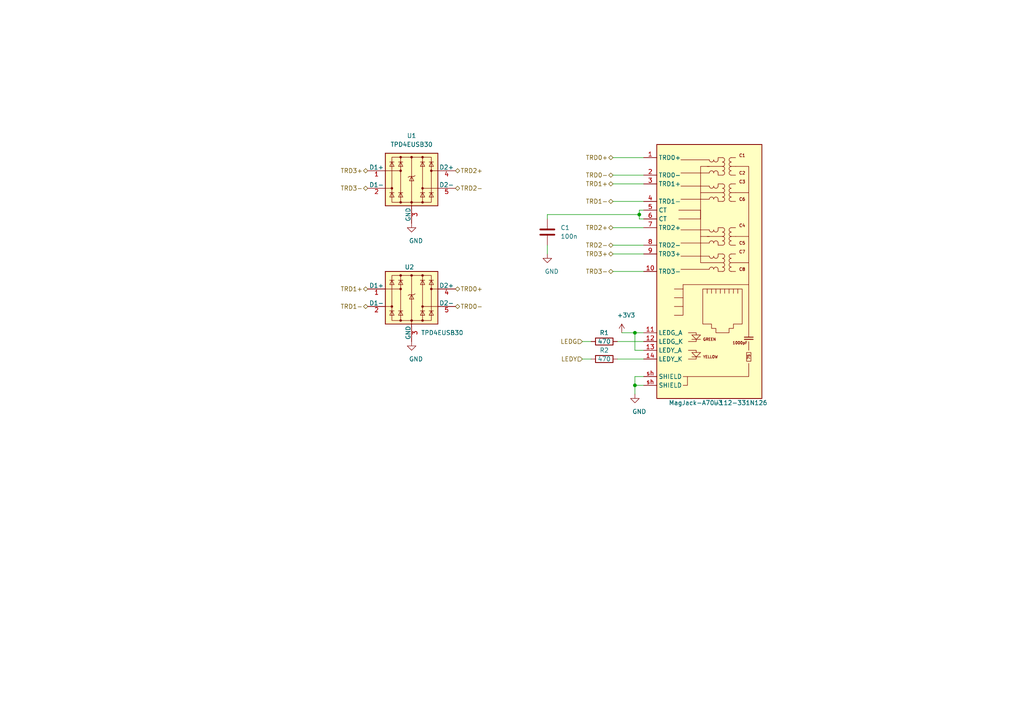
<source format=kicad_sch>
(kicad_sch (version 20210126) (generator eeschema)
  (paper "A4")
  (lib_symbols
    (symbol "CM4_NAS:MagJack-A70-112-331N126"
      (property "Reference" "U" (at 0 0 0))
      (property "Value" "MagJack-A70-112-331N126" (at 0 0 0))
      (symbol "MagJack-A70-112-331N126_0_1"
        (polyline (pts (xy 1.27 40.64) (xy -5.08 40.64) (xy -5.08 48.26) (xy -2.54 48.26) (xy -5.08 48.26)))
        (polyline (pts (xy 1.27 60.96) (xy -5.08 60.96) (xy -5.08 68.58) (xy -2.54 68.58) (xy -5.08 68.58)))
      )
      (symbol "MagJack-A70-112-331N126_1_1"
        (arc (start -1.27 38.735) (end -2.54 38.735) (radius (at -1.905 38.735) (length 0.635) (angles 0.1 179.9)))
        (arc (start -2.54 42.545) (end -1.27 42.545) (radius (at -1.905 42.545) (length 0.635) (angles -179.9 -0.1)))
        (arc (start -1.27 46.355) (end -2.54 46.355) (radius (at -1.905 46.355) (length 0.635) (angles 0.1 179.9)))
        (arc (start -2.54 50.165) (end -1.27 50.165) (radius (at -1.905 50.165) (length 0.635) (angles -179.9 -0.1)))
        (arc (start -1.27 59.055) (end -2.54 59.055) (radius (at -1.905 59.055) (length 0.635) (angles 0.1 179.9)))
        (arc (start -2.54 62.865) (end -1.27 62.865) (radius (at -1.905 62.865) (length 0.635) (angles -179.9 -0.1)))
        (arc (start -1.27 66.675) (end -2.54 66.675) (radius (at -1.905 66.675) (length 0.635) (angles 0.1 179.9)))
        (arc (start -2.54 70.485) (end -1.27 70.485) (radius (at -1.905 70.485) (length 0.635) (angles -179.9 -0.1)))
        (arc (start 0 38.735) (end -1.27 38.735) (radius (at -0.635 38.735) (length 0.635) (angles 0.1 179.9)))
        (arc (start -1.27 42.545) (end 0 42.545) (radius (at -0.635 42.545) (length 0.635) (angles -179.9 -0.1)))
        (arc (start 0 46.355) (end -1.27 46.355) (radius (at -0.635 46.355) (length 0.635) (angles 0.1 179.9)))
        (arc (start -1.27 50.165) (end 0 50.165) (radius (at -0.635 50.165) (length 0.635) (angles -179.9 -0.1)))
        (arc (start 0 59.055) (end -1.27 59.055) (radius (at -0.635 59.055) (length 0.635) (angles 0.1 179.9)))
        (arc (start -1.27 62.865) (end 0 62.865) (radius (at -0.635 62.865) (length 0.635) (angles -179.9 -0.1)))
        (arc (start 0 66.675) (end -1.27 66.675) (radius (at -0.635 66.675) (length 0.635) (angles 0.1 179.9)))
        (arc (start -1.27 70.485) (end 0 70.485) (radius (at -0.635 70.485) (length 0.635) (angles -179.9 -0.1)))
        (arc (start 1.27 38.1) (end 1.27 39.37) (radius (at 1.27 38.735) (length 0.635) (angles -89.9 89.9)))
        (arc (start 1.27 39.37) (end 1.27 40.64) (radius (at 1.27 40.005) (length 0.635) (angles -89.9 89.9)))
        (arc (start 1.27 40.64) (end 1.27 41.91) (radius (at 1.27 41.275) (length 0.635) (angles -89.9 89.9)))
        (arc (start 1.27 41.91) (end 1.27 43.18) (radius (at 1.27 42.545) (length 0.635) (angles -89.9 89.9)))
        (arc (start 1.27 45.72) (end 1.27 46.99) (radius (at 1.27 46.355) (length 0.635) (angles -89.9 89.9)))
        (arc (start 1.27 46.99) (end 1.27 48.26) (radius (at 1.27 47.625) (length 0.635) (angles -89.9 89.9)))
        (arc (start 1.27 48.26) (end 1.27 49.53) (radius (at 1.27 48.895) (length 0.635) (angles -89.9 89.9)))
        (arc (start 1.27 49.53) (end 1.27 50.8) (radius (at 1.27 50.165) (length 0.635) (angles -89.9 89.9)))
        (arc (start 1.27 58.42) (end 1.27 59.69) (radius (at 1.27 59.055) (length 0.635) (angles -89.9 89.9)))
        (arc (start 1.27 59.69) (end 1.27 60.96) (radius (at 1.27 60.325) (length 0.635) (angles -89.9 89.9)))
        (arc (start 1.27 60.96) (end 1.27 62.23) (radius (at 1.27 61.595) (length 0.635) (angles -89.9 89.9)))
        (arc (start 1.27 62.23) (end 1.27 63.5) (radius (at 1.27 62.865) (length 0.635) (angles -89.9 89.9)))
        (arc (start 1.27 66.04) (end 1.27 67.31) (radius (at 1.27 66.675) (length 0.635) (angles -89.9 89.9)))
        (arc (start 1.27 67.31) (end 1.27 68.58) (radius (at 1.27 67.945) (length 0.635) (angles -89.9 89.9)))
        (arc (start 1.27 68.58) (end 1.27 69.85) (radius (at 1.27 69.215) (length 0.635) (angles -89.9 89.9)))
        (arc (start 1.27 69.85) (end 1.27 71.12) (radius (at 1.27 70.485) (length 0.635) (angles -89.9 89.9)))
        (arc (start 3.81 39.37) (end 3.81 38.1) (radius (at 3.81 38.735) (length 0.635) (angles 90.1 -90.1)))
        (arc (start 3.81 40.64) (end 3.81 39.37) (radius (at 3.81 40.005) (length 0.635) (angles 90.1 -90.1)))
        (arc (start 3.81 41.91) (end 3.81 40.64) (radius (at 3.81 41.275) (length 0.635) (angles 90.1 -90.1)))
        (arc (start 3.81 43.18) (end 3.81 41.91) (radius (at 3.81 42.545) (length 0.635) (angles 90.1 -90.1)))
        (arc (start 3.81 46.99) (end 3.81 45.72) (radius (at 3.81 46.355) (length 0.635) (angles 90.1 -90.1)))
        (arc (start 3.81 48.26) (end 3.81 46.99) (radius (at 3.81 47.625) (length 0.635) (angles 90.1 -90.1)))
        (arc (start 3.81 49.53) (end 3.81 48.26) (radius (at 3.81 48.895) (length 0.635) (angles 90.1 -90.1)))
        (arc (start 3.81 50.8) (end 3.81 49.53) (radius (at 3.81 50.165) (length 0.635) (angles 90.1 -90.1)))
        (arc (start 3.81 59.69) (end 3.81 58.42) (radius (at 3.81 59.055) (length 0.635) (angles 90.1 -90.1)))
        (arc (start 3.81 60.96) (end 3.81 59.69) (radius (at 3.81 60.325) (length 0.635) (angles 90.1 -90.1)))
        (arc (start 3.81 62.23) (end 3.81 60.96) (radius (at 3.81 61.595) (length 0.635) (angles 90.1 -90.1)))
        (arc (start 3.81 63.5) (end 3.81 62.23) (radius (at 3.81 62.865) (length 0.635) (angles 90.1 -90.1)))
        (arc (start 3.81 67.31) (end 3.81 66.04) (radius (at 3.81 66.675) (length 0.635) (angles 90.1 -90.1)))
        (arc (start 3.81 68.58) (end 3.81 67.31) (radius (at 3.81 67.945) (length 0.635) (angles 90.1 -90.1)))
        (arc (start 3.81 69.85) (end 3.81 68.58) (radius (at 3.81 69.215) (length 0.635) (angles 90.1 -90.1)))
        (arc (start 3.81 71.12) (end 3.81 69.85) (radius (at 3.81 70.485) (length 0.635) (angles 90.1 -90.1)))
        (text "1000pF" (at 6.35 17.399 0) (effects (font (size 0.762 0.762))))
        (text "75" (at 8.89 13.335 900) (effects (font (size 0.762 0.762))))
        (text "C1" (at 6.985 71.755 0) (effects (font (size 0.889 0.889))))
        (text "C2" (at 6.985 66.675 0) (effects (font (size 0.889 0.889))))
        (text "C3" (at 6.985 64.135 0) (effects (font (size 0.889 0.889))))
        (text "C4" (at 6.985 51.435 0) (effects (font (size 0.889 0.889))))
        (text "C5" (at 6.985 46.355 0) (effects (font (size 0.889 0.889))))
        (text "C6" (at 6.985 59.055 0) (effects (font (size 0.889 0.889))))
        (text "C7" (at 6.985 43.815 0) (effects (font (size 0.889 0.889))))
        (text "C8" (at 6.985 38.735 0) (effects (font (size 0.889 0.889))))
        (text "GREEN" (at -4.445 18.415 0) (effects (font (size 0.762 0.762)) (justify left)))
        (text "YELLOW" (at -4.445 13.335 0) (effects (font (size 0.762 0.762)) (justify left)))
        (rectangle (start -17.78 1.27) (end 12.7 74.93) (stroke (width 0.254)) (fill (type background)))
        (rectangle (start 9.525 12.065) (end 8.255 14.605))
        (polyline (pts (xy -12.7 27.94) (xy -10.16 27.94)))
        (polyline (pts (xy -12.7 30.48) (xy -10.16 30.48)))
        (polyline (pts (xy -12.7 33.02) (xy -10.16 33.02)))
        (polyline (pts (xy -10.16 33.02) (xy -10.16 34.29)))
        (polyline (pts (xy -5.08 13.335) (xy -7.62 13.335)))
        (polyline (pts (xy -5.08 18.415) (xy -7.62 18.415)))
        (polyline (pts (xy -5.08 48.26) (xy -5.08 60.96)))
        (polyline (pts (xy -3.175 31.75) (xy -3.175 33.02)))
        (polyline (pts (xy -3.175 48.26) (xy 1.27 48.26)))
        (polyline (pts (xy -3.175 68.58) (xy 1.27 68.58)))
        (polyline (pts (xy -2.54 38.735) (xy -10.795 38.735)))
        (polyline (pts (xy -2.54 42.545) (xy -10.795 42.545)))
        (polyline (pts (xy -2.54 46.355) (xy -10.795 46.355)))
        (polyline (pts (xy -2.54 50.165) (xy -10.795 50.165)))
        (polyline (pts (xy -2.54 59.055) (xy -10.795 59.055)))
        (polyline (pts (xy -2.54 62.865) (xy -10.795 62.865)))
        (polyline (pts (xy -2.54 66.675) (xy -10.795 66.675)))
        (polyline (pts (xy -2.54 70.485) (xy -10.795 70.485)))
        (polyline (pts (xy -1.905 33.02) (xy -1.905 31.75)))
        (polyline (pts (xy -0.635 33.02) (xy -0.635 31.75)))
        (polyline (pts (xy 0.635 33.02) (xy 0.635 31.75)))
        (polyline (pts (xy 1.905 33.02) (xy 1.905 31.75)))
        (polyline (pts (xy 3.175 33.02) (xy 3.175 31.75)))
        (polyline (pts (xy 3.81 38.1) (xy 5.08 38.1)))
        (polyline (pts (xy 3.81 40.64) (xy 5.08 40.64)))
        (polyline (pts (xy 3.81 43.18) (xy 5.08 43.18)))
        (polyline (pts (xy 3.81 45.72) (xy 5.08 45.72)))
        (polyline (pts (xy 3.81 48.26) (xy 5.08 48.26)))
        (polyline (pts (xy 3.81 50.8) (xy 5.08 50.8)))
        (polyline (pts (xy 3.81 58.42) (xy 5.08 58.42)))
        (polyline (pts (xy 3.81 60.96) (xy 5.08 60.96)))
        (polyline (pts (xy 3.81 63.5) (xy 5.08 63.5)))
        (polyline (pts (xy 3.81 66.04) (xy 5.08 66.04)))
        (polyline (pts (xy 3.81 68.58) (xy 5.08 68.58)))
        (polyline (pts (xy 3.81 71.12) (xy 5.08 71.12)))
        (polyline (pts (xy 4.445 31.75) (xy 4.445 33.02)))
        (polyline (pts (xy 5.08 40.64) (xy 8.89 40.64)))
        (polyline (pts (xy 5.08 48.26) (xy 8.89 48.26)))
        (polyline (pts (xy 5.08 60.96) (xy 8.89 60.96)))
        (polyline (pts (xy 5.715 31.75) (xy 5.715 33.02)))
        (polyline (pts (xy 7.62 18.415) (xy 10.16 18.415)) (stroke (width 0.254)))
        (polyline (pts (xy 7.62 19.05) (xy 10.16 19.05)) (stroke (width 0.254)))
        (polyline (pts (xy 8.89 15.24) (xy 8.89 17.78)))
        (polyline (pts (xy 8.89 19.05) (xy 8.89 34.29)))
        (polyline (pts (xy -10.16 33.02) (xy -10.16 25.4) (xy -12.7 25.4)))
        (polyline (pts (xy -8.636 12.7) (xy -6.35 12.7) (xy -6.35 13.335)))
        (polyline (pts (xy -8.636 15.24) (xy -6.35 15.24) (xy -6.35 14.605)))
        (polyline (pts (xy -8.636 20.32) (xy -6.35 20.32) (xy -6.35 19.685)))
        (polyline (pts (xy -6.35 18.415) (xy -6.35 17.78) (xy -8.636 17.78)))
        (polyline (pts (xy 0 38.735) (xy 0 38.1) (xy 1.27 38.1)))
        (polyline (pts (xy 0 46.355) (xy 0 45.72) (xy 1.27 45.72)))
        (polyline (pts (xy 0 59.055) (xy 0 58.42) (xy 1.27 58.42)))
        (polyline (pts (xy 0 66.675) (xy 0 66.04) (xy 1.27 66.04)))
        (polyline (pts (xy 1.27 43.18) (xy 0 43.18) (xy 0 42.545)))
        (polyline (pts (xy 1.27 50.8) (xy 0 50.8) (xy 0 50.165)))
        (polyline (pts (xy 1.27 63.5) (xy 0 63.5) (xy 0 62.865)))
        (polyline (pts (xy 1.27 71.12) (xy 0 71.12) (xy 0 70.485)))
        (polyline (pts (xy -11.43 53.34) (xy -5.08 53.34) (xy -5.08 55.88) (xy -11.43 55.88)))
        (polyline (pts (xy -10.16 34.29) (xy 8.89 34.29) (xy 8.89 68.58) (xy 5.08 68.58)))
        (polyline (pts (xy -7.62 19.685) (xy -5.08 19.685) (xy -6.35 18.415) (xy -7.62 19.685)))
        (polyline (pts (xy -5.08 14.605) (xy -7.62 14.605) (xy -6.35 13.335) (xy -5.08 14.605)))
        (polyline (pts (xy -10.16 5.08) (xy -8.89 5.08) (xy -8.89 7.62) (xy -10.16 7.62) (xy -8.89 7.62) (xy 8.89 7.62) (xy 8.89 11.43)))
        (polyline (pts (xy -4.445 33.02) (xy 6.985 33.02) (xy 6.985 22.86) (xy 4.445 22.86) (xy 4.445 21.59) (xy 3.175 21.59) (xy 3.175 20.32) (xy -0.635 20.32) (xy -0.635 21.59) (xy -1.905 21.59) (xy -1.905 22.86) (xy -4.445 22.86) (xy -4.445 33.02)))
        (pin passive line (at -21.59 71.12 0) (length 3.81) (name "TRD0+") (number "1"))
        (pin passive line (at -21.59 38.1 0) (length 3.81) (name "TRD3-") (number "10"))
        (pin passive line (at -21.59 20.32 0) (length 3.81) (name "LEDG_A") (number "11"))
        (pin passive line (at -21.59 17.78 0) (length 3.81) (name "LEDG_K") (number "12"))
        (pin passive line (at -21.59 15.24 0) (length 3.81) (name "LEDY_A") (number "13"))
        (pin passive line (at -21.59 12.7 0) (length 3.81) (name "LEDY_K") (number "14"))
        (pin passive line (at -21.59 7.62 0) (length 3.81) (name "SHIELD") (number "sh"))
        (pin passive line (at -21.59 66.04 0) (length 3.81) (name "TRD0-") (number "2"))
        (pin passive line (at -21.59 5.08 0) (length 3.81) (name "SHIELD") (number "sh"))
        (pin passive line (at -21.59 63.5 0) (length 3.81) (name "TRD1+") (number "3"))
        (pin passive line (at -21.59 55.88 0) (length 3.81) (name "CT") (number "5"))
        (pin passive line (at -21.59 53.34 0) (length 3.81) (name "CT") (number "6"))
        (pin passive line (at -21.59 58.42 0) (length 3.81) (name "TRD1-") (number "4"))
        (pin passive line (at -21.59 50.8 0) (length 3.81) (name "TRD2+") (number "7"))
        (pin passive line (at -21.59 45.72 0) (length 3.81) (name "TRD2-") (number "8"))
        (pin passive line (at -21.59 43.18 0) (length 3.81) (name "TRD3+") (number "9"))
      )
    )
    (symbol "CM4_NAS:TPD4EUSB30" (pin_names (offset 0))
      (property "Reference" "U" (at -0.635 8.89 0))
      (property "Value" "TPD4EUSB30" (at 8.89 -10.16 0))
      (symbol "TPD4EUSB30_0_0"
        (rectangle (start -5.715 6.477) (end 5.715 -6.604))
        (polyline (pts (xy -3.175 -6.604) (xy -3.175 6.477)))
        (polyline (pts (xy 0 6.477) (xy 0 -6.604)))
        (polyline (pts (xy 3.175 6.477) (xy 3.175 -6.604)))
      )
      (symbol "TPD4EUSB30_0_1"
        (circle (center -5.715 -2.54) (radius 0.2794) (fill (type outline)))
        (circle (center -3.175 -6.604) (radius 0.2794) (fill (type outline)))
        (circle (center -3.175 2.54) (radius 0.2794) (fill (type outline)))
        (circle (center -3.175 6.477) (radius 0.2794) (fill (type outline)))
        (circle (center 0 -6.604) (radius 0.2794) (fill (type outline)))
        (circle (center 0 6.477) (radius 0.2794) (fill (type outline)))
        (circle (center 3.175 -6.604) (radius 0.2794) (fill (type outline)))
        (circle (center 3.175 -2.54) (radius 0.2794) (fill (type outline)))
        (circle (center 3.175 6.477) (radius 0.2794) (fill (type outline)))
        (circle (center 5.715 2.54) (radius 0.2794) (fill (type outline)))
        (rectangle (start -7.62 7.62) (end 7.62 -7.62) (stroke (width 0.254)) (fill (type background)))
        (polyline (pts (xy -7.747 2.54) (xy -3.175 2.54)))
        (polyline (pts (xy -7.62 -2.54) (xy -5.715 -2.54)))
        (polyline (pts (xy -5.08 -3.81) (xy -6.35 -3.81)))
        (polyline (pts (xy -5.08 5.08) (xy -6.35 5.08)))
        (polyline (pts (xy -2.54 -3.81) (xy -3.81 -3.81)))
        (polyline (pts (xy -2.54 5.08) (xy -3.81 5.08)))
        (polyline (pts (xy -0.635 0.889) (xy -1.016 0.635)))
        (polyline (pts (xy 0 -6.604) (xy 0 -7.62)))
        (polyline (pts (xy 0.635 0.889) (xy -0.635 0.889)))
        (polyline (pts (xy 0.635 0.889) (xy 1.016 1.143)))
        (polyline (pts (xy 3.81 -3.81) (xy 2.54 -3.81)))
        (polyline (pts (xy 3.81 5.08) (xy 2.54 5.08)))
        (polyline (pts (xy 6.35 -3.81) (xy 5.08 -3.81)))
        (polyline (pts (xy 6.35 5.08) (xy 5.08 5.08)))
        (polyline (pts (xy 7.62 -2.54) (xy 3.175 -2.54)))
        (polyline (pts (xy 7.62 2.54) (xy 5.715 2.54)))
        (polyline (pts (xy -5.08 -5.08) (xy -6.35 -5.08) (xy -5.715 -3.81) (xy -5.08 -5.08)))
        (polyline (pts (xy -5.08 3.81) (xy -6.35 3.81) (xy -5.715 5.08) (xy -5.08 3.81)))
        (polyline (pts (xy -2.54 -5.08) (xy -3.81 -5.08) (xy -3.175 -3.81) (xy -2.54 -5.08)))
        (polyline (pts (xy -2.54 3.81) (xy -3.81 3.81) (xy -3.175 5.08) (xy -2.54 3.81)))
        (polyline (pts (xy 0.635 -0.381) (xy -0.635 -0.381) (xy 0 0.889) (xy 0.635 -0.381)))
        (polyline (pts (xy 3.81 -5.08) (xy 2.54 -5.08) (xy 3.175 -3.81) (xy 3.81 -5.08)))
        (polyline (pts (xy 3.81 3.81) (xy 2.54 3.81) (xy 3.175 5.08) (xy 3.81 3.81)))
        (polyline (pts (xy 6.35 -5.08) (xy 5.08 -5.08) (xy 5.715 -3.81) (xy 6.35 -5.08)))
        (polyline (pts (xy 6.35 3.81) (xy 5.08 3.81) (xy 5.715 5.08) (xy 6.35 3.81)))
      )
      (symbol "TPD4EUSB30_1_1"
        (pin passive line (at -12.7 2.54 0) (length 5.08) (name "D1+") (number "1"))
        (pin passive line (at -12.7 2.54 0) (length 5.08) hide (name "D1+") (number "10"))
        (pin passive line (at -12.7 -2.54 0) (length 5.08) (name "D1-") (number "2"))
        (pin power_in line (at 0 -12.7 90) (length 5.08) (name "GND") (number "3"))
        (pin passive line (at 12.7 2.54 180) (length 5.08) (name "D2+") (number "4"))
        (pin passive line (at 12.7 -2.54 180) (length 5.08) (name "D2-") (number "5"))
        (pin passive line (at 12.7 -2.54 180) (length 5.08) hide (name "D2-") (number "6"))
        (pin passive line (at 12.7 2.54 180) (length 5.08) hide (name "D2+") (number "7"))
        (pin passive line (at 0 -12.7 90) (length 5.08) hide (name "GND") (number "8"))
        (pin passive line (at -12.7 -2.54 0) (length 5.08) hide (name "D1-") (number "9"))
      )
    )
    (symbol "CM4_NAS:TPD4EUSB30_1" (pin_names (offset 0))
      (property "Reference" "U" (at -0.635 8.89 0))
      (property "Value" "TPD4EUSB30" (at 8.89 -10.16 0))
      (symbol "TPD4EUSB30_1_0_0"
        (rectangle (start -5.715 6.477) (end 5.715 -6.604))
        (polyline (pts (xy -3.175 -6.604) (xy -3.175 6.477)))
        (polyline (pts (xy 0 6.477) (xy 0 -6.604)))
        (polyline (pts (xy 3.175 6.477) (xy 3.175 -6.604)))
      )
      (symbol "TPD4EUSB30_1_0_1"
        (circle (center -5.715 -2.54) (radius 0.2794) (fill (type outline)))
        (circle (center -3.175 -6.604) (radius 0.2794) (fill (type outline)))
        (circle (center -3.175 2.54) (radius 0.2794) (fill (type outline)))
        (circle (center -3.175 6.477) (radius 0.2794) (fill (type outline)))
        (circle (center 0 -6.604) (radius 0.2794) (fill (type outline)))
        (circle (center 0 6.477) (radius 0.2794) (fill (type outline)))
        (circle (center 3.175 -6.604) (radius 0.2794) (fill (type outline)))
        (circle (center 3.175 -2.54) (radius 0.2794) (fill (type outline)))
        (circle (center 3.175 6.477) (radius 0.2794) (fill (type outline)))
        (circle (center 5.715 2.54) (radius 0.2794) (fill (type outline)))
        (rectangle (start -7.62 7.62) (end 7.62 -7.62) (stroke (width 0.254)) (fill (type background)))
        (polyline (pts (xy -7.747 2.54) (xy -3.175 2.54)))
        (polyline (pts (xy -7.62 -2.54) (xy -5.715 -2.54)))
        (polyline (pts (xy -5.08 -3.81) (xy -6.35 -3.81)))
        (polyline (pts (xy -5.08 5.08) (xy -6.35 5.08)))
        (polyline (pts (xy -2.54 -3.81) (xy -3.81 -3.81)))
        (polyline (pts (xy -2.54 5.08) (xy -3.81 5.08)))
        (polyline (pts (xy -0.635 0.889) (xy -1.016 0.635)))
        (polyline (pts (xy 0 -6.604) (xy 0 -7.62)))
        (polyline (pts (xy 0.635 0.889) (xy -0.635 0.889)))
        (polyline (pts (xy 0.635 0.889) (xy 1.016 1.143)))
        (polyline (pts (xy 3.81 -3.81) (xy 2.54 -3.81)))
        (polyline (pts (xy 3.81 5.08) (xy 2.54 5.08)))
        (polyline (pts (xy 6.35 -3.81) (xy 5.08 -3.81)))
        (polyline (pts (xy 6.35 5.08) (xy 5.08 5.08)))
        (polyline (pts (xy 7.62 -2.54) (xy 3.175 -2.54)))
        (polyline (pts (xy 7.62 2.54) (xy 5.715 2.54)))
        (polyline (pts (xy -5.08 -5.08) (xy -6.35 -5.08) (xy -5.715 -3.81) (xy -5.08 -5.08)))
        (polyline (pts (xy -5.08 3.81) (xy -6.35 3.81) (xy -5.715 5.08) (xy -5.08 3.81)))
        (polyline (pts (xy -2.54 -5.08) (xy -3.81 -5.08) (xy -3.175 -3.81) (xy -2.54 -5.08)))
        (polyline (pts (xy -2.54 3.81) (xy -3.81 3.81) (xy -3.175 5.08) (xy -2.54 3.81)))
        (polyline (pts (xy 0.635 -0.381) (xy -0.635 -0.381) (xy 0 0.889) (xy 0.635 -0.381)))
        (polyline (pts (xy 3.81 -5.08) (xy 2.54 -5.08) (xy 3.175 -3.81) (xy 3.81 -5.08)))
        (polyline (pts (xy 3.81 3.81) (xy 2.54 3.81) (xy 3.175 5.08) (xy 3.81 3.81)))
        (polyline (pts (xy 6.35 -5.08) (xy 5.08 -5.08) (xy 5.715 -3.81) (xy 6.35 -5.08)))
        (polyline (pts (xy 6.35 3.81) (xy 5.08 3.81) (xy 5.715 5.08) (xy 6.35 3.81)))
      )
      (symbol "TPD4EUSB30_1_1_1"
        (pin passive line (at -12.7 2.54 0) (length 5.08) (name "D1+") (number "1"))
        (pin passive line (at -12.7 2.54 0) (length 5.08) hide (name "D1+") (number "10"))
        (pin passive line (at -12.7 -2.54 0) (length 5.08) (name "D1-") (number "2"))
        (pin power_in line (at 0 -12.7 90) (length 5.08) (name "GND") (number "3"))
        (pin passive line (at 12.7 2.54 180) (length 5.08) (name "D2+") (number "4"))
        (pin passive line (at 12.7 -2.54 180) (length 5.08) (name "D2-") (number "5"))
        (pin passive line (at 12.7 -2.54 180) (length 5.08) hide (name "D2-") (number "6"))
        (pin passive line (at 12.7 2.54 180) (length 5.08) hide (name "D2+") (number "7"))
        (pin passive line (at 0 -12.7 90) (length 5.08) hide (name "GND") (number "8"))
        (pin passive line (at -12.7 -2.54 0) (length 5.08) hide (name "D1-") (number "9"))
      )
    )
    (symbol "Device:C" (pin_numbers hide) (pin_names (offset 0.254))
      (property "Reference" "C" (at 0.635 2.54 0))
      (property "Value" "C" (at 0.635 -2.54 0))
      (symbol "C_0_1"
        (polyline (pts (xy -2.032 -0.762) (xy 2.032 -0.762)) (stroke (width 0.508)))
        (polyline (pts (xy -2.032 0.762) (xy 2.032 0.762)) (stroke (width 0.508)))
      )
      (symbol "C_1_1"
        (pin passive line (at 0 3.81 270) (length 2.794) (name "~") (number "1"))
        (pin passive line (at 0 -3.81 90) (length 2.794) (name "~") (number "2"))
      )
    )
    (symbol "Device:R" (pin_numbers hide) (pin_names (offset 0))
      (property "Reference" "R" (at 2.032 0 90))
      (property "Value" "R" (at 0 0 90))
      (symbol "R_0_1"
        (rectangle (start -1.016 -2.54) (end 1.016 2.54) (stroke (width 0.254)))
      )
      (symbol "R_1_1"
        (pin passive line (at 0 3.81 270) (length 1.27) (name "~") (number "1"))
        (pin passive line (at 0 -3.81 90) (length 1.27) (name "~") (number "2"))
      )
    )
    (symbol "power:+3V3" (power) (pin_names (offset 0))
      (property "Value" "+3V3" (at 0 3.556 0))
      (symbol "+3V3_0_1"
        (polyline (pts (xy -0.762 1.27) (xy 0 2.54)))
        (polyline (pts (xy 0 0) (xy 0 2.54)))
        (polyline (pts (xy 0 2.54) (xy 0.762 1.27)))
      )
      (symbol "+3V3_1_1"
        (pin power_in line (at 0 0 90) (length 0) hide (name "+3V3") (number "1"))
      )
    )
    (symbol "power:GND" (power) (pin_names (offset 0))
      (property "Value" "GND" (at 0 -3.81 0))
      (symbol "GND_0_1"
        (polyline (pts (xy 0 0) (xy 0 -1.27) (xy 1.27 -1.27) (xy 0 -2.54) (xy -1.27 -1.27) (xy 0 -1.27)))
      )
      (symbol "GND_1_1"
        (pin power_in line (at 0 0 270) (length 0) hide (name "GND") (number "1"))
      )
    )
  )
  (junction (at 184.15 96.52) (diameter 0.9144))
  (junction (at 184.15 111.76) (diameter 0.9144))
  (junction (at 185.42 62.23) (diameter 0.9144))
  (wire (pts (xy 158.75 62.23) (xy 185.42 62.23)))
  (wire (pts (xy 158.75 63.5) (xy 158.75 62.23)))
  (wire (pts (xy 158.75 71.12) (xy 158.75 73.66)))
  (wire (pts (xy 168.91 99.06) (xy 171.45 99.06)))
  (wire (pts (xy 168.91 104.14) (xy 171.45 104.14)))
  (wire (pts (xy 177.8 45.72) (xy 186.69 45.72)))
  (wire (pts (xy 177.8 50.8) (xy 186.69 50.8)))
  (wire (pts (xy 177.8 53.34) (xy 186.69 53.34)))
  (wire (pts (xy 177.8 58.42) (xy 186.69 58.42)))
  (wire (pts (xy 177.8 66.04) (xy 186.69 66.04)))
  (wire (pts (xy 177.8 71.12) (xy 186.69 71.12)))
  (wire (pts (xy 177.8 73.66) (xy 186.69 73.66)))
  (wire (pts (xy 177.8 78.74) (xy 186.69 78.74)))
  (wire (pts (xy 179.07 99.06) (xy 186.69 99.06)))
  (wire (pts (xy 179.07 104.14) (xy 186.69 104.14)))
  (wire (pts (xy 180.34 96.52) (xy 184.15 96.52)))
  (wire (pts (xy 184.15 96.52) (xy 184.15 101.6)))
  (wire (pts (xy 184.15 101.6) (xy 186.69 101.6)))
  (wire (pts (xy 184.15 109.22) (xy 184.15 111.76)))
  (wire (pts (xy 184.15 111.76) (xy 184.15 114.3)))
  (wire (pts (xy 184.15 111.76) (xy 186.69 111.76)))
  (wire (pts (xy 185.42 60.96) (xy 185.42 62.23)))
  (wire (pts (xy 185.42 62.23) (xy 185.42 63.5)))
  (wire (pts (xy 185.42 63.5) (xy 186.69 63.5)))
  (wire (pts (xy 186.69 60.96) (xy 185.42 60.96)))
  (wire (pts (xy 186.69 96.52) (xy 184.15 96.52)))
  (wire (pts (xy 186.69 109.22) (xy 184.15 109.22)))
  (hierarchical_label "TRD3+" (shape bidirectional) (at 106.68 49.53 180))
  (hierarchical_label "TRD3-" (shape bidirectional) (at 106.68 54.61 180))
  (hierarchical_label "TRD1+" (shape bidirectional) (at 106.68 83.82 180))
  (hierarchical_label "TRD1-" (shape bidirectional) (at 106.68 88.9 180))
  (hierarchical_label "TRD2+" (shape bidirectional) (at 132.08 49.53 0))
  (hierarchical_label "TRD2-" (shape bidirectional) (at 132.08 54.61 0))
  (hierarchical_label "TRD0+" (shape bidirectional) (at 132.08 83.82 0))
  (hierarchical_label "TRD0-" (shape bidirectional) (at 132.08 88.9 0))
  (hierarchical_label "LEDG" (shape input) (at 168.91 99.06 180))
  (hierarchical_label "LEDY" (shape input) (at 168.91 104.14 180))
  (hierarchical_label "TRD0+" (shape bidirectional) (at 177.8 45.72 180))
  (hierarchical_label "TRD0-" (shape bidirectional) (at 177.8 50.8 180))
  (hierarchical_label "TRD1+" (shape bidirectional) (at 177.8 53.34 180))
  (hierarchical_label "TRD1-" (shape bidirectional) (at 177.8 58.42 180))
  (hierarchical_label "TRD2+" (shape bidirectional) (at 177.8 66.04 180))
  (hierarchical_label "TRD2-" (shape bidirectional) (at 177.8 71.12 180))
  (hierarchical_label "TRD3+" (shape bidirectional) (at 177.8 73.66 180))
  (hierarchical_label "TRD3-" (shape bidirectional) (at 177.8 78.74 180))
  (symbol (lib_id "power:+3V3") (at 180.34 96.52 0) (unit 1)
    (property "Reference" "#PWR0102" (effects hide))
    (property "Value" "+3V3" (at 181.61 91.44 0))
  )
  (symbol (lib_id "power:GND") (at 119.38 64.77 0) (unit 1)
    (property "Reference" "#PWR0105" (effects hide))
    (property "Value" "GND" (at 120.65 69.85 0))
  )
  (symbol (lib_id "power:GND") (at 119.38 99.06 0) (unit 1)
    (property "Reference" "#PWR0106" (effects hide))
    (property "Value" "GND" (at 120.65 104.14 0))
  )
  (symbol (lib_id "power:GND") (at 158.75 73.66 0) (unit 1)
    (property "Reference" "#PWR0104" (effects hide))
    (property "Value" "GND" (at 160.02 78.74 0))
  )
  (symbol (lib_id "power:GND") (at 184.15 114.3 0) (unit 1)
    (property "Reference" "#PWR0103" (effects hide))
    (property "Value" "GND" (at 185.42 119.38 0))
  )
  (symbol (lib_id "Device:R") (at 175.26 99.06 90) (unit 1)
    (property "Reference" "R1" (at 175.26 96.52 90))
    (property "Value" "470" (at 175.26 99.06 90))
    (property "Footprint" "Resistor_SMD:R_0402_1005Metric" (effects hide))
  )
  (symbol (lib_id "Device:R") (at 175.26 104.14 90) (unit 1)
    (property "Reference" "R2" (at 175.26 101.6 90))
    (property "Value" "470" (at 175.26 104.14 90))
    (property "Footprint" "Resistor_SMD:R_0402_1005Metric" (effects hide))
  )
  (symbol (lib_id "Device:C") (at 158.75 67.31 0) (unit 1)
    (property "Reference" "C1" (at 162.56 66.04 0) (effects (justify left)))
    (property "Value" "100n" (at 162.56 68.58 0) (effects (justify left)))
    (property "Footprint" "Capacitor_SMD:C_0402_1005Metric" (effects hide))
  )
  (symbol (lib_id "CM4_NAS:TPD4EUSB30") (at 119.38 52.07 0) (unit 1)
    (property "Reference" "U1" (at 119.38 39.37 0))
    (property "Value" "TPD4EUSB30" (at 119.38 41.91 0))
    (property "Footprint" "Package_SON:USON-10_2.5x1.0mm_P0.5mm" (effects hide))
    (property "Datasheet" "http://www.ti.com/lit/ds/symlink/tpd2eusb30a.pdf" (effects hide))
  )
  (symbol (lib_name "CM4_NAS:TPD4EUSB30_1") (lib_id "CM4_NAS:TPD4EUSB30") (at 119.38 86.36 0) (unit 1)
    (property "Reference" "U2" (at 118.745 77.47 0))
    (property "Value" "TPD4EUSB30" (at 128.27 96.52 0))
    (property "Footprint" "Package_SON:USON-10_2.5x1.0mm_P0.5mm" (effects hide))
    (property "Datasheet" "http://www.ti.com/lit/ds/symlink/tpd2eusb30a.pdf" (effects hide))
  )
  (symbol (lib_id "CM4_NAS:MagJack-A70-112-331N126") (at 208.28 116.84 0) (unit 1)
    (property "Reference" "U3" (at 208.28 116.84 0))
    (property "Value" "MagJack-A70-112-331N126" (at 208.28 116.84 0))
    (property "Footprint" "CM4+NAS:RJ45-TE-2301995-4" (effects hide))
  )
)
</source>
